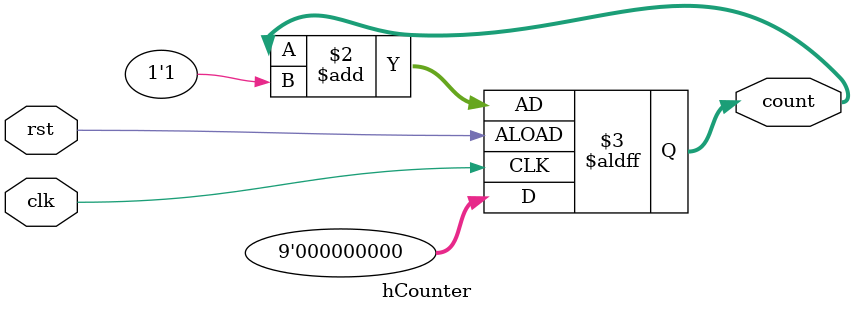
<source format=v>
module hCounter (
        input clk,
        input rst,
        output reg [8:0] count
);

        always @(posedge clk or negedge rst)
        begin
                if(rst)
                        count <= 0;
                else
                        count <= count + 1'b1;
        end
endmodule
</source>
